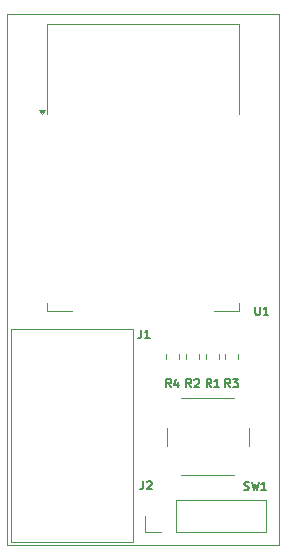
<source format=gbr>
%TF.GenerationSoftware,KiCad,Pcbnew,8.0.6*%
%TF.CreationDate,2024-10-25T11:33:00+01:00*%
%TF.ProjectId,ac-freedom_to-esphome,61632d66-7265-4656-946f-6d5f746f2d65,rev?*%
%TF.SameCoordinates,Original*%
%TF.FileFunction,Legend,Top*%
%TF.FilePolarity,Positive*%
%FSLAX46Y46*%
G04 Gerber Fmt 4.6, Leading zero omitted, Abs format (unit mm)*
G04 Created by KiCad (PCBNEW 8.0.6) date 2024-10-25 11:33:00*
%MOMM*%
%LPD*%
G01*
G04 APERTURE LIST*
%ADD10C,0.150000*%
%ADD11C,0.120000*%
%TA.AperFunction,Profile*%
%ADD12C,0.050000*%
%TD*%
G04 APERTURE END LIST*
D10*
X11541666Y5433966D02*
X11541666Y4933966D01*
X11541666Y4933966D02*
X11508333Y4833966D01*
X11508333Y4833966D02*
X11441666Y4767300D01*
X11441666Y4767300D02*
X11341666Y4733966D01*
X11341666Y4733966D02*
X11275000Y4733966D01*
X11841666Y5367300D02*
X11874999Y5400633D01*
X11874999Y5400633D02*
X11941666Y5433966D01*
X11941666Y5433966D02*
X12108333Y5433966D01*
X12108333Y5433966D02*
X12174999Y5400633D01*
X12174999Y5400633D02*
X12208333Y5367300D01*
X12208333Y5367300D02*
X12241666Y5300633D01*
X12241666Y5300633D02*
X12241666Y5233966D01*
X12241666Y5233966D02*
X12208333Y5133966D01*
X12208333Y5133966D02*
X11808333Y4733966D01*
X11808333Y4733966D02*
X12241666Y4733966D01*
X11366666Y18233966D02*
X11366666Y17733966D01*
X11366666Y17733966D02*
X11333333Y17633966D01*
X11333333Y17633966D02*
X11266666Y17567300D01*
X11266666Y17567300D02*
X11166666Y17533966D01*
X11166666Y17533966D02*
X11100000Y17533966D01*
X12066666Y17533966D02*
X11666666Y17533966D01*
X11866666Y17533966D02*
X11866666Y18233966D01*
X11866666Y18233966D02*
X11799999Y18133966D01*
X11799999Y18133966D02*
X11733333Y18067300D01*
X11733333Y18067300D02*
X11666666Y18033966D01*
X15583333Y13383966D02*
X15350000Y13717300D01*
X15183333Y13383966D02*
X15183333Y14083966D01*
X15183333Y14083966D02*
X15450000Y14083966D01*
X15450000Y14083966D02*
X15516667Y14050633D01*
X15516667Y14050633D02*
X15550000Y14017300D01*
X15550000Y14017300D02*
X15583333Y13950633D01*
X15583333Y13950633D02*
X15583333Y13850633D01*
X15583333Y13850633D02*
X15550000Y13783966D01*
X15550000Y13783966D02*
X15516667Y13750633D01*
X15516667Y13750633D02*
X15450000Y13717300D01*
X15450000Y13717300D02*
X15183333Y13717300D01*
X15850000Y14017300D02*
X15883333Y14050633D01*
X15883333Y14050633D02*
X15950000Y14083966D01*
X15950000Y14083966D02*
X16116667Y14083966D01*
X16116667Y14083966D02*
X16183333Y14050633D01*
X16183333Y14050633D02*
X16216667Y14017300D01*
X16216667Y14017300D02*
X16250000Y13950633D01*
X16250000Y13950633D02*
X16250000Y13883966D01*
X16250000Y13883966D02*
X16216667Y13783966D01*
X16216667Y13783966D02*
X15816667Y13383966D01*
X15816667Y13383966D02*
X16250000Y13383966D01*
X21021666Y20203966D02*
X21021666Y19637300D01*
X21021666Y19637300D02*
X21055000Y19570633D01*
X21055000Y19570633D02*
X21088333Y19537300D01*
X21088333Y19537300D02*
X21155000Y19503966D01*
X21155000Y19503966D02*
X21288333Y19503966D01*
X21288333Y19503966D02*
X21355000Y19537300D01*
X21355000Y19537300D02*
X21388333Y19570633D01*
X21388333Y19570633D02*
X21421666Y19637300D01*
X21421666Y19637300D02*
X21421666Y20203966D01*
X22121666Y19503966D02*
X21721666Y19503966D01*
X21921666Y19503966D02*
X21921666Y20203966D01*
X21921666Y20203966D02*
X21854999Y20103966D01*
X21854999Y20103966D02*
X21788333Y20037300D01*
X21788333Y20037300D02*
X21721666Y20003966D01*
X17283333Y13383966D02*
X17050000Y13717300D01*
X16883333Y13383966D02*
X16883333Y14083966D01*
X16883333Y14083966D02*
X17150000Y14083966D01*
X17150000Y14083966D02*
X17216667Y14050633D01*
X17216667Y14050633D02*
X17250000Y14017300D01*
X17250000Y14017300D02*
X17283333Y13950633D01*
X17283333Y13950633D02*
X17283333Y13850633D01*
X17283333Y13850633D02*
X17250000Y13783966D01*
X17250000Y13783966D02*
X17216667Y13750633D01*
X17216667Y13750633D02*
X17150000Y13717300D01*
X17150000Y13717300D02*
X16883333Y13717300D01*
X17950000Y13383966D02*
X17550000Y13383966D01*
X17750000Y13383966D02*
X17750000Y14083966D01*
X17750000Y14083966D02*
X17683333Y13983966D01*
X17683333Y13983966D02*
X17616667Y13917300D01*
X17616667Y13917300D02*
X17550000Y13883966D01*
X13883333Y13383966D02*
X13650000Y13717300D01*
X13483333Y13383966D02*
X13483333Y14083966D01*
X13483333Y14083966D02*
X13750000Y14083966D01*
X13750000Y14083966D02*
X13816667Y14050633D01*
X13816667Y14050633D02*
X13850000Y14017300D01*
X13850000Y14017300D02*
X13883333Y13950633D01*
X13883333Y13950633D02*
X13883333Y13850633D01*
X13883333Y13850633D02*
X13850000Y13783966D01*
X13850000Y13783966D02*
X13816667Y13750633D01*
X13816667Y13750633D02*
X13750000Y13717300D01*
X13750000Y13717300D02*
X13483333Y13717300D01*
X14483333Y13850633D02*
X14483333Y13383966D01*
X14316667Y14117300D02*
X14150000Y13617300D01*
X14150000Y13617300D02*
X14583333Y13617300D01*
X18883333Y13383966D02*
X18650000Y13717300D01*
X18483333Y13383966D02*
X18483333Y14083966D01*
X18483333Y14083966D02*
X18750000Y14083966D01*
X18750000Y14083966D02*
X18816667Y14050633D01*
X18816667Y14050633D02*
X18850000Y14017300D01*
X18850000Y14017300D02*
X18883333Y13950633D01*
X18883333Y13950633D02*
X18883333Y13850633D01*
X18883333Y13850633D02*
X18850000Y13783966D01*
X18850000Y13783966D02*
X18816667Y13750633D01*
X18816667Y13750633D02*
X18750000Y13717300D01*
X18750000Y13717300D02*
X18483333Y13717300D01*
X19116667Y14083966D02*
X19550000Y14083966D01*
X19550000Y14083966D02*
X19316667Y13817300D01*
X19316667Y13817300D02*
X19416667Y13817300D01*
X19416667Y13817300D02*
X19483333Y13783966D01*
X19483333Y13783966D02*
X19516667Y13750633D01*
X19516667Y13750633D02*
X19550000Y13683966D01*
X19550000Y13683966D02*
X19550000Y13517300D01*
X19550000Y13517300D02*
X19516667Y13450633D01*
X19516667Y13450633D02*
X19483333Y13417300D01*
X19483333Y13417300D02*
X19416667Y13383966D01*
X19416667Y13383966D02*
X19216667Y13383966D01*
X19216667Y13383966D02*
X19150000Y13417300D01*
X19150000Y13417300D02*
X19116667Y13450633D01*
X20066666Y4717300D02*
X20166666Y4683966D01*
X20166666Y4683966D02*
X20333333Y4683966D01*
X20333333Y4683966D02*
X20399999Y4717300D01*
X20399999Y4717300D02*
X20433333Y4750633D01*
X20433333Y4750633D02*
X20466666Y4817300D01*
X20466666Y4817300D02*
X20466666Y4883966D01*
X20466666Y4883966D02*
X20433333Y4950633D01*
X20433333Y4950633D02*
X20399999Y4983966D01*
X20399999Y4983966D02*
X20333333Y5017300D01*
X20333333Y5017300D02*
X20199999Y5050633D01*
X20199999Y5050633D02*
X20133333Y5083966D01*
X20133333Y5083966D02*
X20099999Y5117300D01*
X20099999Y5117300D02*
X20066666Y5183966D01*
X20066666Y5183966D02*
X20066666Y5250633D01*
X20066666Y5250633D02*
X20099999Y5317300D01*
X20099999Y5317300D02*
X20133333Y5350633D01*
X20133333Y5350633D02*
X20199999Y5383966D01*
X20199999Y5383966D02*
X20366666Y5383966D01*
X20366666Y5383966D02*
X20466666Y5350633D01*
X20700000Y5383966D02*
X20866666Y4683966D01*
X20866666Y4683966D02*
X21000000Y5183966D01*
X21000000Y5183966D02*
X21133333Y4683966D01*
X21133333Y4683966D02*
X21300000Y5383966D01*
X21933333Y4683966D02*
X21533333Y4683966D01*
X21733333Y4683966D02*
X21733333Y5383966D01*
X21733333Y5383966D02*
X21666666Y5283966D01*
X21666666Y5283966D02*
X21600000Y5217300D01*
X21600000Y5217300D02*
X21533333Y5183966D01*
D11*
%TO.C,J2*%
X11670000Y1170000D02*
X11670000Y2500000D01*
X13000000Y1170000D02*
X11670000Y1170000D01*
X14270000Y3830000D02*
X21950000Y3830000D01*
X14270000Y1170000D02*
X14270000Y3830000D01*
X14270000Y1170000D02*
X21950000Y1170000D01*
X21950000Y1170000D02*
X21950000Y3830000D01*
%TO.C,J1*%
X350000Y18300000D02*
X10650000Y18300000D01*
X350000Y300000D02*
X350000Y18300000D01*
X10650000Y18300000D02*
X10650000Y300000D01*
X10650000Y300000D02*
X350000Y300000D01*
%TO.C,R2*%
X15177500Y15762742D02*
X15177500Y16237258D01*
X16222500Y15762742D02*
X16222500Y16237258D01*
%TO.C,U1*%
X3380000Y44120000D02*
X19620000Y44120000D01*
X3380000Y36500000D02*
X3380000Y44120000D01*
X3380000Y19880000D02*
X3380000Y20500000D01*
X5500000Y19880000D02*
X3380000Y19880000D01*
X19620000Y44120000D02*
X19620000Y36500000D01*
X19620000Y20500000D02*
X19620000Y19880000D01*
X19620000Y19880000D02*
X17500000Y19880000D01*
X2950000Y36500000D02*
X2710000Y36836000D01*
X3190000Y36836000D01*
X2950000Y36500000D01*
G36*
X2950000Y36500000D02*
G01*
X2710000Y36836000D01*
X3190000Y36836000D01*
X2950000Y36500000D01*
G37*
%TO.C,R1*%
X16877500Y15762742D02*
X16877500Y16237258D01*
X17922500Y15762742D02*
X17922500Y16237258D01*
%TO.C,R4*%
X13477500Y16237258D02*
X13477500Y15762742D01*
X14522500Y16237258D02*
X14522500Y15762742D01*
%TO.C,R3*%
X18477500Y16237258D02*
X18477500Y15762742D01*
X19522500Y16237258D02*
X19522500Y15762742D01*
%TO.C,SW1*%
X13500000Y9950000D02*
X13500000Y8450000D01*
X14750000Y5950000D02*
X19250000Y5950000D01*
X19250000Y12450000D02*
X14750000Y12450000D01*
X20500000Y8450000D02*
X20500000Y9950000D01*
%TD*%
D12*
X0Y45000000D02*
X23000000Y45000000D01*
X23000000Y0D01*
X0Y0D01*
X0Y45000000D01*
M02*

</source>
